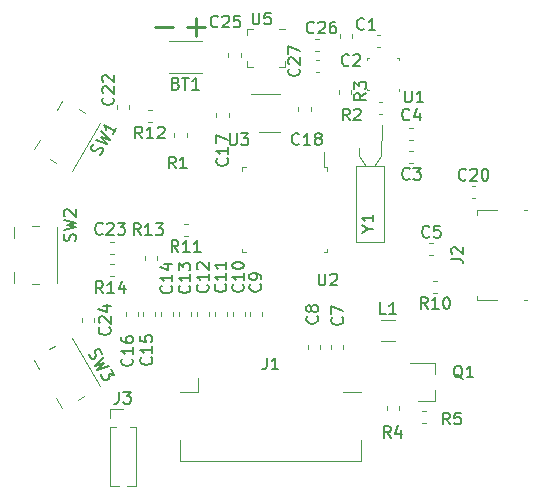
<source format=gbr>
G04 #@! TF.GenerationSoftware,KiCad,Pcbnew,5.1.8-1.fc33*
G04 #@! TF.CreationDate,2020-11-26T22:59:40+01:00*
G04 #@! TF.ProjectId,venom,76656e6f-6d2e-46b6-9963-61645f706362,rev?*
G04 #@! TF.SameCoordinates,Original*
G04 #@! TF.FileFunction,Legend,Top*
G04 #@! TF.FilePolarity,Positive*
%FSLAX46Y46*%
G04 Gerber Fmt 4.6, Leading zero omitted, Abs format (unit mm)*
G04 Created by KiCad (PCBNEW 5.1.8-1.fc33) date 2020-11-26 22:59:40*
%MOMM*%
%LPD*%
G01*
G04 APERTURE LIST*
%ADD10C,0.220000*%
%ADD11C,0.120000*%
%ADD12C,0.100000*%
%ADD13C,0.150000*%
G04 APERTURE END LIST*
D10*
X149728095Y-99482857D02*
X151251904Y-99482857D01*
X152400095Y-99456857D02*
X153923904Y-99456857D01*
X153162000Y-100218761D02*
X153162000Y-98694952D01*
D11*
X168905000Y-110374000D02*
X168910000Y-107797600D01*
X168305000Y-111274000D02*
X168905000Y-110374000D01*
X167005000Y-110374000D02*
X167005000Y-109702600D01*
X167605000Y-111274000D02*
X167005000Y-110374000D01*
X169155000Y-111274000D02*
X166755000Y-111274000D01*
X169155000Y-117674000D02*
X169155000Y-111274000D01*
X166755000Y-117674000D02*
X169155000Y-117674000D01*
X166755000Y-111274000D02*
X166755000Y-117674000D01*
D12*
X170370000Y-104680000D02*
X170370000Y-104930000D01*
X167670000Y-104830000D02*
X167670000Y-104680000D01*
X167820000Y-104830000D02*
X167670000Y-104830000D01*
X167670000Y-102130000D02*
X167820000Y-102130000D01*
X167670000Y-102130000D02*
X167670000Y-102280000D01*
X170370000Y-102130000D02*
X170370000Y-102280000D01*
X170370000Y-102120000D02*
X170220000Y-102120000D01*
D11*
X153350000Y-130410000D02*
X153350000Y-129210000D01*
X167160000Y-136210000D02*
X167160000Y-134470000D01*
X151860000Y-136210000D02*
X167160000Y-136210000D01*
X151860000Y-134470000D02*
X151860000Y-136210000D01*
X165670000Y-130410000D02*
X167160000Y-130410000D01*
X153350000Y-130410000D02*
X151860000Y-130410000D01*
X141370353Y-130919086D02*
X141832853Y-131720160D01*
X141273157Y-126500738D02*
X140796843Y-126775738D01*
X143723157Y-130744262D02*
X143246843Y-131019262D01*
X142687147Y-125799840D02*
X145037147Y-129870160D01*
X139482853Y-127649840D02*
X139945353Y-128450914D01*
X153692064Y-100680000D02*
X150887936Y-100680000D01*
X153692064Y-103400000D02*
X150887936Y-103400000D01*
X168818779Y-101170000D02*
X168493221Y-101170000D01*
X168818779Y-100150000D02*
X168493221Y-100150000D01*
X166420000Y-100422779D02*
X166420000Y-100097221D01*
X165400000Y-100422779D02*
X165400000Y-100097221D01*
X171257221Y-110950000D02*
X171582779Y-110950000D01*
X171257221Y-109930000D02*
X171582779Y-109930000D01*
X171277221Y-108040000D02*
X171602779Y-108040000D01*
X171277221Y-109060000D02*
X171602779Y-109060000D01*
X172967221Y-117770000D02*
X173292779Y-117770000D01*
X172967221Y-118790000D02*
X173292779Y-118790000D01*
X165650000Y-126762779D02*
X165650000Y-126437221D01*
X164630000Y-126762779D02*
X164630000Y-126437221D01*
X163740000Y-126742779D02*
X163740000Y-126417221D01*
X162720000Y-126742779D02*
X162720000Y-126417221D01*
X157810000Y-123942779D02*
X157810000Y-123617221D01*
X158830000Y-123942779D02*
X158830000Y-123617221D01*
X156300000Y-123942779D02*
X156300000Y-123617221D01*
X157320000Y-123942779D02*
X157320000Y-123617221D01*
X155810000Y-123942779D02*
X155810000Y-123617221D01*
X154790000Y-123942779D02*
X154790000Y-123617221D01*
X154300000Y-123932779D02*
X154300000Y-123607221D01*
X153280000Y-123932779D02*
X153280000Y-123607221D01*
X151770000Y-123932779D02*
X151770000Y-123607221D01*
X152790000Y-123932779D02*
X152790000Y-123607221D01*
X151280000Y-123932779D02*
X151280000Y-123607221D01*
X150260000Y-123932779D02*
X150260000Y-123607221D01*
X148750000Y-123932779D02*
X148750000Y-123607221D01*
X149770000Y-123932779D02*
X149770000Y-123607221D01*
X147240000Y-123932779D02*
X147240000Y-123607221D01*
X148260000Y-123932779D02*
X148260000Y-123607221D01*
X155958000Y-106771221D02*
X155958000Y-107096779D01*
X154938000Y-106771221D02*
X154938000Y-107096779D01*
X162900000Y-106612779D02*
X162900000Y-106287221D01*
X161880000Y-106612779D02*
X161880000Y-106287221D01*
X173460000Y-131120000D02*
X172000000Y-131120000D01*
X173460000Y-127960000D02*
X171300000Y-127960000D01*
X173460000Y-127960000D02*
X173460000Y-128890000D01*
X173460000Y-131120000D02*
X173460000Y-130190000D01*
X151382000Y-108439721D02*
X151382000Y-108765279D01*
X152402000Y-108439721D02*
X152402000Y-108765279D01*
X168992779Y-106880000D02*
X168667221Y-106880000D01*
X168992779Y-105860000D02*
X168667221Y-105860000D01*
X166300000Y-105102779D02*
X166300000Y-104777221D01*
X165280000Y-105102779D02*
X165280000Y-104777221D01*
X169340000Y-131537221D02*
X169340000Y-131862779D01*
X170360000Y-131537221D02*
X170360000Y-131862779D01*
X172317221Y-131990000D02*
X172642779Y-131990000D01*
X172317221Y-133010000D02*
X172642779Y-133010000D01*
X139985353Y-109009086D02*
X139522853Y-109810160D01*
X143763157Y-106715738D02*
X143286843Y-106440738D01*
X141313157Y-110959262D02*
X140836843Y-110684262D01*
X145077147Y-107589840D02*
X142727147Y-111660160D01*
X141872853Y-105739840D02*
X141410353Y-106540914D01*
X137760000Y-116430000D02*
X137760000Y-117355000D01*
X141460000Y-116430000D02*
X141460000Y-121130000D01*
X139885000Y-121230000D02*
X139335000Y-121230000D01*
X139885000Y-116330000D02*
X139335000Y-116330000D01*
X137760000Y-120205000D02*
X137760000Y-121130000D01*
X160310000Y-105170000D02*
X157860000Y-105170000D01*
X158510000Y-108390000D02*
X160310000Y-108390000D01*
X181270000Y-122590000D02*
X181010000Y-122590000D01*
X178730000Y-122590000D02*
X176960000Y-122590000D01*
X176960000Y-122590000D02*
X176960000Y-122210000D01*
X176960000Y-114970000D02*
X178730000Y-114970000D01*
X181010000Y-114970000D02*
X181270000Y-114970000D01*
X176960000Y-114970000D02*
X176960000Y-115350000D01*
X173612779Y-121960000D02*
X173287221Y-121960000D01*
X173612779Y-120940000D02*
X173287221Y-120940000D01*
X152512779Y-116140000D02*
X152187221Y-116140000D01*
X152512779Y-117160000D02*
X152187221Y-117160000D01*
X164020000Y-111330000D02*
X164020000Y-110015000D01*
X164320000Y-111330000D02*
X164020000Y-111330000D01*
X164320000Y-111630000D02*
X164320000Y-111330000D01*
X164320000Y-118550000D02*
X164020000Y-118550000D01*
X164320000Y-118250000D02*
X164320000Y-118550000D01*
X157100000Y-111330000D02*
X157400000Y-111330000D01*
X157100000Y-111630000D02*
X157100000Y-111330000D01*
X157100000Y-118550000D02*
X157400000Y-118550000D01*
X157100000Y-118250000D02*
X157100000Y-118550000D01*
X176537221Y-112940000D02*
X176862779Y-112940000D01*
X176537221Y-113960000D02*
X176862779Y-113960000D01*
X147520000Y-106432779D02*
X147520000Y-106107221D01*
X146500000Y-106432779D02*
X146500000Y-106107221D01*
X146252779Y-118730000D02*
X145927221Y-118730000D01*
X146252779Y-117710000D02*
X145927221Y-117710000D01*
X143580000Y-124107221D02*
X143580000Y-124432779D01*
X144600000Y-124107221D02*
X144600000Y-124432779D01*
X149442779Y-106510000D02*
X149117221Y-106510000D01*
X149442779Y-107530000D02*
X149117221Y-107530000D01*
X148910000Y-119162779D02*
X148910000Y-118837221D01*
X149930000Y-119162779D02*
X149930000Y-118837221D01*
X146252779Y-119520000D02*
X145927221Y-119520000D01*
X146252779Y-120540000D02*
X145927221Y-120540000D01*
X168847936Y-126060000D02*
X170052064Y-126060000D01*
X168847936Y-124240000D02*
X170052064Y-124240000D01*
X155954000Y-101691221D02*
X155954000Y-102016779D01*
X156974000Y-101691221D02*
X156974000Y-102016779D01*
X163317221Y-100490000D02*
X163642779Y-100490000D01*
X163317221Y-101510000D02*
X163642779Y-101510000D01*
X163327221Y-103260000D02*
X163652779Y-103260000D01*
X163327221Y-102240000D02*
X163652779Y-102240000D01*
D12*
X160710000Y-99650000D02*
X160210000Y-99650000D01*
X157510000Y-99650000D02*
X158010000Y-99650000D01*
X157510000Y-99650000D02*
X157510000Y-100150000D01*
X157510000Y-102850000D02*
X157510000Y-102350000D01*
X158010000Y-102850000D02*
X157510000Y-102850000D01*
X157510000Y-102850000D02*
X158010000Y-102850000D01*
X160710000Y-102850000D02*
X160210000Y-102850000D01*
X160710000Y-102350000D02*
X160710000Y-102850000D01*
D11*
X145902660Y-131833080D02*
X147012660Y-131833080D01*
X145902660Y-132593080D02*
X145902660Y-131833080D01*
X147576131Y-133353080D02*
X148122660Y-133353080D01*
X145902660Y-133353080D02*
X146449189Y-133353080D01*
X148122660Y-133353080D02*
X148122660Y-138368080D01*
X145902660Y-133353080D02*
X145902660Y-138368080D01*
X147320190Y-138368080D02*
X148122660Y-138368080D01*
X145902660Y-138368080D02*
X146705130Y-138368080D01*
D13*
X167743190Y-116554190D02*
X168219380Y-116554190D01*
X167219380Y-116887523D02*
X167743190Y-116554190D01*
X167219380Y-116220857D01*
X168219380Y-115363714D02*
X168219380Y-115935142D01*
X168219380Y-115649428D02*
X167219380Y-115649428D01*
X167362238Y-115744666D01*
X167457476Y-115839904D01*
X167505095Y-115935142D01*
X170888095Y-104862380D02*
X170888095Y-105671904D01*
X170935714Y-105767142D01*
X170983333Y-105814761D01*
X171078571Y-105862380D01*
X171269047Y-105862380D01*
X171364285Y-105814761D01*
X171411904Y-105767142D01*
X171459523Y-105671904D01*
X171459523Y-104862380D01*
X172459523Y-105862380D02*
X171888095Y-105862380D01*
X172173809Y-105862380D02*
X172173809Y-104862380D01*
X172078571Y-105005238D01*
X171983333Y-105100476D01*
X171888095Y-105148095D01*
X159176666Y-127462380D02*
X159176666Y-128176666D01*
X159129047Y-128319523D01*
X159033809Y-128414761D01*
X158890952Y-128462380D01*
X158795714Y-128462380D01*
X160176666Y-128462380D02*
X159605238Y-128462380D01*
X159890952Y-128462380D02*
X159890952Y-127462380D01*
X159795714Y-127605238D01*
X159700476Y-127700476D01*
X159605238Y-127748095D01*
X144142799Y-127127680D02*
X144172988Y-127275207D01*
X144292036Y-127481404D01*
X144380894Y-127540073D01*
X144445943Y-127557503D01*
X144552231Y-127551123D01*
X144634710Y-127503504D01*
X144693379Y-127414646D01*
X144710808Y-127349597D01*
X144704429Y-127243309D01*
X144650430Y-127054542D01*
X144644050Y-126948254D01*
X144661480Y-126883205D01*
X144720149Y-126794347D01*
X144802628Y-126746728D01*
X144908916Y-126740348D01*
X144973965Y-126757778D01*
X145062823Y-126816447D01*
X145181871Y-127022643D01*
X145212060Y-127170171D01*
X145419966Y-127435036D02*
X144672988Y-128141233D01*
X145386816Y-127949047D01*
X144863464Y-128471147D01*
X145848537Y-128177344D01*
X145991394Y-128424780D02*
X146300918Y-128960891D01*
X145804337Y-128862692D01*
X145875766Y-128986409D01*
X145882145Y-129092698D01*
X145864716Y-129157746D01*
X145806047Y-129246605D01*
X145599850Y-129365652D01*
X145493562Y-129372032D01*
X145428513Y-129354602D01*
X145339655Y-129295933D01*
X145196798Y-129048497D01*
X145190418Y-128942209D01*
X145207848Y-128877161D01*
X151504285Y-104248571D02*
X151647142Y-104296190D01*
X151694761Y-104343809D01*
X151742380Y-104439047D01*
X151742380Y-104581904D01*
X151694761Y-104677142D01*
X151647142Y-104724761D01*
X151551904Y-104772380D01*
X151170952Y-104772380D01*
X151170952Y-103772380D01*
X151504285Y-103772380D01*
X151599523Y-103820000D01*
X151647142Y-103867619D01*
X151694761Y-103962857D01*
X151694761Y-104058095D01*
X151647142Y-104153333D01*
X151599523Y-104200952D01*
X151504285Y-104248571D01*
X151170952Y-104248571D01*
X152028095Y-103772380D02*
X152599523Y-103772380D01*
X152313809Y-104772380D02*
X152313809Y-103772380D01*
X153456666Y-104772380D02*
X152885238Y-104772380D01*
X153170952Y-104772380D02*
X153170952Y-103772380D01*
X153075714Y-103915238D01*
X152980476Y-104010476D01*
X152885238Y-104058095D01*
X167439333Y-99627142D02*
X167391714Y-99674761D01*
X167248857Y-99722380D01*
X167153619Y-99722380D01*
X167010761Y-99674761D01*
X166915523Y-99579523D01*
X166867904Y-99484285D01*
X166820285Y-99293809D01*
X166820285Y-99150952D01*
X166867904Y-98960476D01*
X166915523Y-98865238D01*
X167010761Y-98770000D01*
X167153619Y-98722380D01*
X167248857Y-98722380D01*
X167391714Y-98770000D01*
X167439333Y-98817619D01*
X168391714Y-99722380D02*
X167820285Y-99722380D01*
X168106000Y-99722380D02*
X168106000Y-98722380D01*
X168010761Y-98865238D01*
X167915523Y-98960476D01*
X167820285Y-99008095D01*
X166153333Y-102687142D02*
X166105714Y-102734761D01*
X165962857Y-102782380D01*
X165867619Y-102782380D01*
X165724761Y-102734761D01*
X165629523Y-102639523D01*
X165581904Y-102544285D01*
X165534285Y-102353809D01*
X165534285Y-102210952D01*
X165581904Y-102020476D01*
X165629523Y-101925238D01*
X165724761Y-101830000D01*
X165867619Y-101782380D01*
X165962857Y-101782380D01*
X166105714Y-101830000D01*
X166153333Y-101877619D01*
X166534285Y-101877619D02*
X166581904Y-101830000D01*
X166677142Y-101782380D01*
X166915238Y-101782380D01*
X167010476Y-101830000D01*
X167058095Y-101877619D01*
X167105714Y-101972857D01*
X167105714Y-102068095D01*
X167058095Y-102210952D01*
X166486666Y-102782380D01*
X167105714Y-102782380D01*
X171283333Y-112307142D02*
X171235714Y-112354761D01*
X171092857Y-112402380D01*
X170997619Y-112402380D01*
X170854761Y-112354761D01*
X170759523Y-112259523D01*
X170711904Y-112164285D01*
X170664285Y-111973809D01*
X170664285Y-111830952D01*
X170711904Y-111640476D01*
X170759523Y-111545238D01*
X170854761Y-111450000D01*
X170997619Y-111402380D01*
X171092857Y-111402380D01*
X171235714Y-111450000D01*
X171283333Y-111497619D01*
X171616666Y-111402380D02*
X172235714Y-111402380D01*
X171902380Y-111783333D01*
X172045238Y-111783333D01*
X172140476Y-111830952D01*
X172188095Y-111878571D01*
X172235714Y-111973809D01*
X172235714Y-112211904D01*
X172188095Y-112307142D01*
X172140476Y-112354761D01*
X172045238Y-112402380D01*
X171759523Y-112402380D01*
X171664285Y-112354761D01*
X171616666Y-112307142D01*
X171273333Y-107291142D02*
X171225714Y-107338761D01*
X171082857Y-107386380D01*
X170987619Y-107386380D01*
X170844761Y-107338761D01*
X170749523Y-107243523D01*
X170701904Y-107148285D01*
X170654285Y-106957809D01*
X170654285Y-106814952D01*
X170701904Y-106624476D01*
X170749523Y-106529238D01*
X170844761Y-106434000D01*
X170987619Y-106386380D01*
X171082857Y-106386380D01*
X171225714Y-106434000D01*
X171273333Y-106481619D01*
X172130476Y-106719714D02*
X172130476Y-107386380D01*
X171892380Y-106338761D02*
X171654285Y-107053047D01*
X172273333Y-107053047D01*
X172963333Y-117207142D02*
X172915714Y-117254761D01*
X172772857Y-117302380D01*
X172677619Y-117302380D01*
X172534761Y-117254761D01*
X172439523Y-117159523D01*
X172391904Y-117064285D01*
X172344285Y-116873809D01*
X172344285Y-116730952D01*
X172391904Y-116540476D01*
X172439523Y-116445238D01*
X172534761Y-116350000D01*
X172677619Y-116302380D01*
X172772857Y-116302380D01*
X172915714Y-116350000D01*
X172963333Y-116397619D01*
X173868095Y-116302380D02*
X173391904Y-116302380D01*
X173344285Y-116778571D01*
X173391904Y-116730952D01*
X173487142Y-116683333D01*
X173725238Y-116683333D01*
X173820476Y-116730952D01*
X173868095Y-116778571D01*
X173915714Y-116873809D01*
X173915714Y-117111904D01*
X173868095Y-117207142D01*
X173820476Y-117254761D01*
X173725238Y-117302380D01*
X173487142Y-117302380D01*
X173391904Y-117254761D01*
X173344285Y-117207142D01*
X165567142Y-124066666D02*
X165614761Y-124114285D01*
X165662380Y-124257142D01*
X165662380Y-124352380D01*
X165614761Y-124495238D01*
X165519523Y-124590476D01*
X165424285Y-124638095D01*
X165233809Y-124685714D01*
X165090952Y-124685714D01*
X164900476Y-124638095D01*
X164805238Y-124590476D01*
X164710000Y-124495238D01*
X164662380Y-124352380D01*
X164662380Y-124257142D01*
X164710000Y-124114285D01*
X164757619Y-124066666D01*
X164662380Y-123733333D02*
X164662380Y-123066666D01*
X165662380Y-123495238D01*
X163447142Y-123966666D02*
X163494761Y-124014285D01*
X163542380Y-124157142D01*
X163542380Y-124252380D01*
X163494761Y-124395238D01*
X163399523Y-124490476D01*
X163304285Y-124538095D01*
X163113809Y-124585714D01*
X162970952Y-124585714D01*
X162780476Y-124538095D01*
X162685238Y-124490476D01*
X162590000Y-124395238D01*
X162542380Y-124252380D01*
X162542380Y-124157142D01*
X162590000Y-124014285D01*
X162637619Y-123966666D01*
X162970952Y-123395238D02*
X162923333Y-123490476D01*
X162875714Y-123538095D01*
X162780476Y-123585714D01*
X162732857Y-123585714D01*
X162637619Y-123538095D01*
X162590000Y-123490476D01*
X162542380Y-123395238D01*
X162542380Y-123204761D01*
X162590000Y-123109523D01*
X162637619Y-123061904D01*
X162732857Y-123014285D01*
X162780476Y-123014285D01*
X162875714Y-123061904D01*
X162923333Y-123109523D01*
X162970952Y-123204761D01*
X162970952Y-123395238D01*
X163018571Y-123490476D01*
X163066190Y-123538095D01*
X163161428Y-123585714D01*
X163351904Y-123585714D01*
X163447142Y-123538095D01*
X163494761Y-123490476D01*
X163542380Y-123395238D01*
X163542380Y-123204761D01*
X163494761Y-123109523D01*
X163447142Y-123061904D01*
X163351904Y-123014285D01*
X163161428Y-123014285D01*
X163066190Y-123061904D01*
X163018571Y-123109523D01*
X162970952Y-123204761D01*
X158637142Y-121256666D02*
X158684761Y-121304285D01*
X158732380Y-121447142D01*
X158732380Y-121542380D01*
X158684761Y-121685238D01*
X158589523Y-121780476D01*
X158494285Y-121828095D01*
X158303809Y-121875714D01*
X158160952Y-121875714D01*
X157970476Y-121828095D01*
X157875238Y-121780476D01*
X157780000Y-121685238D01*
X157732380Y-121542380D01*
X157732380Y-121447142D01*
X157780000Y-121304285D01*
X157827619Y-121256666D01*
X158732380Y-120780476D02*
X158732380Y-120590000D01*
X158684761Y-120494761D01*
X158637142Y-120447142D01*
X158494285Y-120351904D01*
X158303809Y-120304285D01*
X157922857Y-120304285D01*
X157827619Y-120351904D01*
X157780000Y-120399523D01*
X157732380Y-120494761D01*
X157732380Y-120685238D01*
X157780000Y-120780476D01*
X157827619Y-120828095D01*
X157922857Y-120875714D01*
X158160952Y-120875714D01*
X158256190Y-120828095D01*
X158303809Y-120780476D01*
X158351428Y-120685238D01*
X158351428Y-120494761D01*
X158303809Y-120399523D01*
X158256190Y-120351904D01*
X158160952Y-120304285D01*
X157167142Y-121272857D02*
X157214761Y-121320476D01*
X157262380Y-121463333D01*
X157262380Y-121558571D01*
X157214761Y-121701428D01*
X157119523Y-121796666D01*
X157024285Y-121844285D01*
X156833809Y-121891904D01*
X156690952Y-121891904D01*
X156500476Y-121844285D01*
X156405238Y-121796666D01*
X156310000Y-121701428D01*
X156262380Y-121558571D01*
X156262380Y-121463333D01*
X156310000Y-121320476D01*
X156357619Y-121272857D01*
X157262380Y-120320476D02*
X157262380Y-120891904D01*
X157262380Y-120606190D02*
X156262380Y-120606190D01*
X156405238Y-120701428D01*
X156500476Y-120796666D01*
X156548095Y-120891904D01*
X156262380Y-119701428D02*
X156262380Y-119606190D01*
X156310000Y-119510952D01*
X156357619Y-119463333D01*
X156452857Y-119415714D01*
X156643333Y-119368095D01*
X156881428Y-119368095D01*
X157071904Y-119415714D01*
X157167142Y-119463333D01*
X157214761Y-119510952D01*
X157262380Y-119606190D01*
X157262380Y-119701428D01*
X157214761Y-119796666D01*
X157167142Y-119844285D01*
X157071904Y-119891904D01*
X156881428Y-119939523D01*
X156643333Y-119939523D01*
X156452857Y-119891904D01*
X156357619Y-119844285D01*
X156310000Y-119796666D01*
X156262380Y-119701428D01*
X155677142Y-121272857D02*
X155724761Y-121320476D01*
X155772380Y-121463333D01*
X155772380Y-121558571D01*
X155724761Y-121701428D01*
X155629523Y-121796666D01*
X155534285Y-121844285D01*
X155343809Y-121891904D01*
X155200952Y-121891904D01*
X155010476Y-121844285D01*
X154915238Y-121796666D01*
X154820000Y-121701428D01*
X154772380Y-121558571D01*
X154772380Y-121463333D01*
X154820000Y-121320476D01*
X154867619Y-121272857D01*
X155772380Y-120320476D02*
X155772380Y-120891904D01*
X155772380Y-120606190D02*
X154772380Y-120606190D01*
X154915238Y-120701428D01*
X155010476Y-120796666D01*
X155058095Y-120891904D01*
X155772380Y-119368095D02*
X155772380Y-119939523D01*
X155772380Y-119653809D02*
X154772380Y-119653809D01*
X154915238Y-119749047D01*
X155010476Y-119844285D01*
X155058095Y-119939523D01*
X154167142Y-121302857D02*
X154214761Y-121350476D01*
X154262380Y-121493333D01*
X154262380Y-121588571D01*
X154214761Y-121731428D01*
X154119523Y-121826666D01*
X154024285Y-121874285D01*
X153833809Y-121921904D01*
X153690952Y-121921904D01*
X153500476Y-121874285D01*
X153405238Y-121826666D01*
X153310000Y-121731428D01*
X153262380Y-121588571D01*
X153262380Y-121493333D01*
X153310000Y-121350476D01*
X153357619Y-121302857D01*
X154262380Y-120350476D02*
X154262380Y-120921904D01*
X154262380Y-120636190D02*
X153262380Y-120636190D01*
X153405238Y-120731428D01*
X153500476Y-120826666D01*
X153548095Y-120921904D01*
X153357619Y-119969523D02*
X153310000Y-119921904D01*
X153262380Y-119826666D01*
X153262380Y-119588571D01*
X153310000Y-119493333D01*
X153357619Y-119445714D01*
X153452857Y-119398095D01*
X153548095Y-119398095D01*
X153690952Y-119445714D01*
X154262380Y-120017142D01*
X154262380Y-119398095D01*
X152637142Y-121372857D02*
X152684761Y-121420476D01*
X152732380Y-121563333D01*
X152732380Y-121658571D01*
X152684761Y-121801428D01*
X152589523Y-121896666D01*
X152494285Y-121944285D01*
X152303809Y-121991904D01*
X152160952Y-121991904D01*
X151970476Y-121944285D01*
X151875238Y-121896666D01*
X151780000Y-121801428D01*
X151732380Y-121658571D01*
X151732380Y-121563333D01*
X151780000Y-121420476D01*
X151827619Y-121372857D01*
X152732380Y-120420476D02*
X152732380Y-120991904D01*
X152732380Y-120706190D02*
X151732380Y-120706190D01*
X151875238Y-120801428D01*
X151970476Y-120896666D01*
X152018095Y-120991904D01*
X151732380Y-120087142D02*
X151732380Y-119468095D01*
X152113333Y-119801428D01*
X152113333Y-119658571D01*
X152160952Y-119563333D01*
X152208571Y-119515714D01*
X152303809Y-119468095D01*
X152541904Y-119468095D01*
X152637142Y-119515714D01*
X152684761Y-119563333D01*
X152732380Y-119658571D01*
X152732380Y-119944285D01*
X152684761Y-120039523D01*
X152637142Y-120087142D01*
X151097142Y-121382857D02*
X151144761Y-121430476D01*
X151192380Y-121573333D01*
X151192380Y-121668571D01*
X151144761Y-121811428D01*
X151049523Y-121906666D01*
X150954285Y-121954285D01*
X150763809Y-122001904D01*
X150620952Y-122001904D01*
X150430476Y-121954285D01*
X150335238Y-121906666D01*
X150240000Y-121811428D01*
X150192380Y-121668571D01*
X150192380Y-121573333D01*
X150240000Y-121430476D01*
X150287619Y-121382857D01*
X151192380Y-120430476D02*
X151192380Y-121001904D01*
X151192380Y-120716190D02*
X150192380Y-120716190D01*
X150335238Y-120811428D01*
X150430476Y-120906666D01*
X150478095Y-121001904D01*
X150525714Y-119573333D02*
X151192380Y-119573333D01*
X150144761Y-119811428D02*
X150859047Y-120049523D01*
X150859047Y-119430476D01*
X149407142Y-127452857D02*
X149454761Y-127500476D01*
X149502380Y-127643333D01*
X149502380Y-127738571D01*
X149454761Y-127881428D01*
X149359523Y-127976666D01*
X149264285Y-128024285D01*
X149073809Y-128071904D01*
X148930952Y-128071904D01*
X148740476Y-128024285D01*
X148645238Y-127976666D01*
X148550000Y-127881428D01*
X148502380Y-127738571D01*
X148502380Y-127643333D01*
X148550000Y-127500476D01*
X148597619Y-127452857D01*
X149502380Y-126500476D02*
X149502380Y-127071904D01*
X149502380Y-126786190D02*
X148502380Y-126786190D01*
X148645238Y-126881428D01*
X148740476Y-126976666D01*
X148788095Y-127071904D01*
X148502380Y-125595714D02*
X148502380Y-126071904D01*
X148978571Y-126119523D01*
X148930952Y-126071904D01*
X148883333Y-125976666D01*
X148883333Y-125738571D01*
X148930952Y-125643333D01*
X148978571Y-125595714D01*
X149073809Y-125548095D01*
X149311904Y-125548095D01*
X149407142Y-125595714D01*
X149454761Y-125643333D01*
X149502380Y-125738571D01*
X149502380Y-125976666D01*
X149454761Y-126071904D01*
X149407142Y-126119523D01*
X147777142Y-127552857D02*
X147824761Y-127600476D01*
X147872380Y-127743333D01*
X147872380Y-127838571D01*
X147824761Y-127981428D01*
X147729523Y-128076666D01*
X147634285Y-128124285D01*
X147443809Y-128171904D01*
X147300952Y-128171904D01*
X147110476Y-128124285D01*
X147015238Y-128076666D01*
X146920000Y-127981428D01*
X146872380Y-127838571D01*
X146872380Y-127743333D01*
X146920000Y-127600476D01*
X146967619Y-127552857D01*
X147872380Y-126600476D02*
X147872380Y-127171904D01*
X147872380Y-126886190D02*
X146872380Y-126886190D01*
X147015238Y-126981428D01*
X147110476Y-127076666D01*
X147158095Y-127171904D01*
X146872380Y-125743333D02*
X146872380Y-125933809D01*
X146920000Y-126029047D01*
X146967619Y-126076666D01*
X147110476Y-126171904D01*
X147300952Y-126219523D01*
X147681904Y-126219523D01*
X147777142Y-126171904D01*
X147824761Y-126124285D01*
X147872380Y-126029047D01*
X147872380Y-125838571D01*
X147824761Y-125743333D01*
X147777142Y-125695714D01*
X147681904Y-125648095D01*
X147443809Y-125648095D01*
X147348571Y-125695714D01*
X147300952Y-125743333D01*
X147253333Y-125838571D01*
X147253333Y-126029047D01*
X147300952Y-126124285D01*
X147348571Y-126171904D01*
X147443809Y-126219523D01*
X155825142Y-110596857D02*
X155872761Y-110644476D01*
X155920380Y-110787333D01*
X155920380Y-110882571D01*
X155872761Y-111025428D01*
X155777523Y-111120666D01*
X155682285Y-111168285D01*
X155491809Y-111215904D01*
X155348952Y-111215904D01*
X155158476Y-111168285D01*
X155063238Y-111120666D01*
X154968000Y-111025428D01*
X154920380Y-110882571D01*
X154920380Y-110787333D01*
X154968000Y-110644476D01*
X155015619Y-110596857D01*
X155920380Y-109644476D02*
X155920380Y-110215904D01*
X155920380Y-109930190D02*
X154920380Y-109930190D01*
X155063238Y-110025428D01*
X155158476Y-110120666D01*
X155206095Y-110215904D01*
X154920380Y-109311142D02*
X154920380Y-108644476D01*
X155920380Y-109073047D01*
X161927142Y-109367142D02*
X161879523Y-109414761D01*
X161736666Y-109462380D01*
X161641428Y-109462380D01*
X161498571Y-109414761D01*
X161403333Y-109319523D01*
X161355714Y-109224285D01*
X161308095Y-109033809D01*
X161308095Y-108890952D01*
X161355714Y-108700476D01*
X161403333Y-108605238D01*
X161498571Y-108510000D01*
X161641428Y-108462380D01*
X161736666Y-108462380D01*
X161879523Y-108510000D01*
X161927142Y-108557619D01*
X162879523Y-109462380D02*
X162308095Y-109462380D01*
X162593809Y-109462380D02*
X162593809Y-108462380D01*
X162498571Y-108605238D01*
X162403333Y-108700476D01*
X162308095Y-108748095D01*
X163450952Y-108890952D02*
X163355714Y-108843333D01*
X163308095Y-108795714D01*
X163260476Y-108700476D01*
X163260476Y-108652857D01*
X163308095Y-108557619D01*
X163355714Y-108510000D01*
X163450952Y-108462380D01*
X163641428Y-108462380D01*
X163736666Y-108510000D01*
X163784285Y-108557619D01*
X163831904Y-108652857D01*
X163831904Y-108700476D01*
X163784285Y-108795714D01*
X163736666Y-108843333D01*
X163641428Y-108890952D01*
X163450952Y-108890952D01*
X163355714Y-108938571D01*
X163308095Y-108986190D01*
X163260476Y-109081428D01*
X163260476Y-109271904D01*
X163308095Y-109367142D01*
X163355714Y-109414761D01*
X163450952Y-109462380D01*
X163641428Y-109462380D01*
X163736666Y-109414761D01*
X163784285Y-109367142D01*
X163831904Y-109271904D01*
X163831904Y-109081428D01*
X163784285Y-108986190D01*
X163736666Y-108938571D01*
X163641428Y-108890952D01*
X175774761Y-129237619D02*
X175679523Y-129190000D01*
X175584285Y-129094761D01*
X175441428Y-128951904D01*
X175346190Y-128904285D01*
X175250952Y-128904285D01*
X175298571Y-129142380D02*
X175203333Y-129094761D01*
X175108095Y-128999523D01*
X175060476Y-128809047D01*
X175060476Y-128475714D01*
X175108095Y-128285238D01*
X175203333Y-128190000D01*
X175298571Y-128142380D01*
X175489047Y-128142380D01*
X175584285Y-128190000D01*
X175679523Y-128285238D01*
X175727142Y-128475714D01*
X175727142Y-128809047D01*
X175679523Y-128999523D01*
X175584285Y-129094761D01*
X175489047Y-129142380D01*
X175298571Y-129142380D01*
X176679523Y-129142380D02*
X176108095Y-129142380D01*
X176393809Y-129142380D02*
X176393809Y-128142380D01*
X176298571Y-128285238D01*
X176203333Y-128380476D01*
X176108095Y-128428095D01*
X151471333Y-111450380D02*
X151138000Y-110974190D01*
X150899904Y-111450380D02*
X150899904Y-110450380D01*
X151280857Y-110450380D01*
X151376095Y-110498000D01*
X151423714Y-110545619D01*
X151471333Y-110640857D01*
X151471333Y-110783714D01*
X151423714Y-110878952D01*
X151376095Y-110926571D01*
X151280857Y-110974190D01*
X150899904Y-110974190D01*
X152423714Y-111450380D02*
X151852285Y-111450380D01*
X152138000Y-111450380D02*
X152138000Y-110450380D01*
X152042761Y-110593238D01*
X151947523Y-110688476D01*
X151852285Y-110736095D01*
X166203333Y-107386380D02*
X165870000Y-106910190D01*
X165631904Y-107386380D02*
X165631904Y-106386380D01*
X166012857Y-106386380D01*
X166108095Y-106434000D01*
X166155714Y-106481619D01*
X166203333Y-106576857D01*
X166203333Y-106719714D01*
X166155714Y-106814952D01*
X166108095Y-106862571D01*
X166012857Y-106910190D01*
X165631904Y-106910190D01*
X166584285Y-106481619D02*
X166631904Y-106434000D01*
X166727142Y-106386380D01*
X166965238Y-106386380D01*
X167060476Y-106434000D01*
X167108095Y-106481619D01*
X167155714Y-106576857D01*
X167155714Y-106672095D01*
X167108095Y-106814952D01*
X166536666Y-107386380D01*
X167155714Y-107386380D01*
X167602380Y-105056666D02*
X167126190Y-105390000D01*
X167602380Y-105628095D02*
X166602380Y-105628095D01*
X166602380Y-105247142D01*
X166650000Y-105151904D01*
X166697619Y-105104285D01*
X166792857Y-105056666D01*
X166935714Y-105056666D01*
X167030952Y-105104285D01*
X167078571Y-105151904D01*
X167126190Y-105247142D01*
X167126190Y-105628095D01*
X166602380Y-104723333D02*
X166602380Y-104104285D01*
X166983333Y-104437619D01*
X166983333Y-104294761D01*
X167030952Y-104199523D01*
X167078571Y-104151904D01*
X167173809Y-104104285D01*
X167411904Y-104104285D01*
X167507142Y-104151904D01*
X167554761Y-104199523D01*
X167602380Y-104294761D01*
X167602380Y-104580476D01*
X167554761Y-104675714D01*
X167507142Y-104723333D01*
X169683333Y-134252380D02*
X169350000Y-133776190D01*
X169111904Y-134252380D02*
X169111904Y-133252380D01*
X169492857Y-133252380D01*
X169588095Y-133300000D01*
X169635714Y-133347619D01*
X169683333Y-133442857D01*
X169683333Y-133585714D01*
X169635714Y-133680952D01*
X169588095Y-133728571D01*
X169492857Y-133776190D01*
X169111904Y-133776190D01*
X170540476Y-133585714D02*
X170540476Y-134252380D01*
X170302380Y-133204761D02*
X170064285Y-133919047D01*
X170683333Y-133919047D01*
X174703333Y-133122380D02*
X174370000Y-132646190D01*
X174131904Y-133122380D02*
X174131904Y-132122380D01*
X174512857Y-132122380D01*
X174608095Y-132170000D01*
X174655714Y-132217619D01*
X174703333Y-132312857D01*
X174703333Y-132455714D01*
X174655714Y-132550952D01*
X174608095Y-132598571D01*
X174512857Y-132646190D01*
X174131904Y-132646190D01*
X175608095Y-132122380D02*
X175131904Y-132122380D01*
X175084285Y-132598571D01*
X175131904Y-132550952D01*
X175227142Y-132503333D01*
X175465238Y-132503333D01*
X175560476Y-132550952D01*
X175608095Y-132598571D01*
X175655714Y-132693809D01*
X175655714Y-132931904D01*
X175608095Y-133027142D01*
X175560476Y-133074761D01*
X175465238Y-133122380D01*
X175227142Y-133122380D01*
X175131904Y-133074761D01*
X175084285Y-133027142D01*
X145083867Y-110307081D02*
X145196535Y-110207173D01*
X145315582Y-110000976D01*
X145321962Y-109894688D01*
X145304532Y-109829639D01*
X145245863Y-109740781D01*
X145163385Y-109693162D01*
X145057097Y-109686782D01*
X144992048Y-109704212D01*
X144903189Y-109762881D01*
X144766712Y-109904029D01*
X144677854Y-109962698D01*
X144612805Y-109980127D01*
X144506517Y-109973748D01*
X144424038Y-109926129D01*
X144365369Y-109837270D01*
X144347939Y-109772221D01*
X144354319Y-109665933D01*
X144473367Y-109459737D01*
X144586034Y-109359828D01*
X144711462Y-109047344D02*
X145696535Y-109341147D01*
X145173183Y-108819047D01*
X145887011Y-109011233D01*
X145140033Y-108305036D01*
X146458440Y-108021489D02*
X146172725Y-108516361D01*
X146315582Y-108268925D02*
X145449557Y-107768925D01*
X145525656Y-107922832D01*
X145560515Y-108052930D01*
X145554136Y-108159218D01*
X142954761Y-117583333D02*
X143002380Y-117440476D01*
X143002380Y-117202380D01*
X142954761Y-117107142D01*
X142907142Y-117059523D01*
X142811904Y-117011904D01*
X142716666Y-117011904D01*
X142621428Y-117059523D01*
X142573809Y-117107142D01*
X142526190Y-117202380D01*
X142478571Y-117392857D01*
X142430952Y-117488095D01*
X142383333Y-117535714D01*
X142288095Y-117583333D01*
X142192857Y-117583333D01*
X142097619Y-117535714D01*
X142050000Y-117488095D01*
X142002380Y-117392857D01*
X142002380Y-117154761D01*
X142050000Y-117011904D01*
X142002380Y-116678571D02*
X143002380Y-116440476D01*
X142288095Y-116250000D01*
X143002380Y-116059523D01*
X142002380Y-115821428D01*
X142097619Y-115488095D02*
X142050000Y-115440476D01*
X142002380Y-115345238D01*
X142002380Y-115107142D01*
X142050000Y-115011904D01*
X142097619Y-114964285D01*
X142192857Y-114916666D01*
X142288095Y-114916666D01*
X142430952Y-114964285D01*
X143002380Y-115535714D01*
X143002380Y-114916666D01*
X156068095Y-108482380D02*
X156068095Y-109291904D01*
X156115714Y-109387142D01*
X156163333Y-109434761D01*
X156258571Y-109482380D01*
X156449047Y-109482380D01*
X156544285Y-109434761D01*
X156591904Y-109387142D01*
X156639523Y-109291904D01*
X156639523Y-108482380D01*
X157020476Y-108482380D02*
X157639523Y-108482380D01*
X157306190Y-108863333D01*
X157449047Y-108863333D01*
X157544285Y-108910952D01*
X157591904Y-108958571D01*
X157639523Y-109053809D01*
X157639523Y-109291904D01*
X157591904Y-109387142D01*
X157544285Y-109434761D01*
X157449047Y-109482380D01*
X157163333Y-109482380D01*
X157068095Y-109434761D01*
X157020476Y-109387142D01*
X174822380Y-119113333D02*
X175536666Y-119113333D01*
X175679523Y-119160952D01*
X175774761Y-119256190D01*
X175822380Y-119399047D01*
X175822380Y-119494285D01*
X174917619Y-118684761D02*
X174870000Y-118637142D01*
X174822380Y-118541904D01*
X174822380Y-118303809D01*
X174870000Y-118208571D01*
X174917619Y-118160952D01*
X175012857Y-118113333D01*
X175108095Y-118113333D01*
X175250952Y-118160952D01*
X175822380Y-118732380D01*
X175822380Y-118113333D01*
X172807142Y-123332380D02*
X172473809Y-122856190D01*
X172235714Y-123332380D02*
X172235714Y-122332380D01*
X172616666Y-122332380D01*
X172711904Y-122380000D01*
X172759523Y-122427619D01*
X172807142Y-122522857D01*
X172807142Y-122665714D01*
X172759523Y-122760952D01*
X172711904Y-122808571D01*
X172616666Y-122856190D01*
X172235714Y-122856190D01*
X173759523Y-123332380D02*
X173188095Y-123332380D01*
X173473809Y-123332380D02*
X173473809Y-122332380D01*
X173378571Y-122475238D01*
X173283333Y-122570476D01*
X173188095Y-122618095D01*
X174378571Y-122332380D02*
X174473809Y-122332380D01*
X174569047Y-122380000D01*
X174616666Y-122427619D01*
X174664285Y-122522857D01*
X174711904Y-122713333D01*
X174711904Y-122951428D01*
X174664285Y-123141904D01*
X174616666Y-123237142D01*
X174569047Y-123284761D01*
X174473809Y-123332380D01*
X174378571Y-123332380D01*
X174283333Y-123284761D01*
X174235714Y-123237142D01*
X174188095Y-123141904D01*
X174140476Y-122951428D01*
X174140476Y-122713333D01*
X174188095Y-122522857D01*
X174235714Y-122427619D01*
X174283333Y-122380000D01*
X174378571Y-122332380D01*
X151707142Y-118532380D02*
X151373809Y-118056190D01*
X151135714Y-118532380D02*
X151135714Y-117532380D01*
X151516666Y-117532380D01*
X151611904Y-117580000D01*
X151659523Y-117627619D01*
X151707142Y-117722857D01*
X151707142Y-117865714D01*
X151659523Y-117960952D01*
X151611904Y-118008571D01*
X151516666Y-118056190D01*
X151135714Y-118056190D01*
X152659523Y-118532380D02*
X152088095Y-118532380D01*
X152373809Y-118532380D02*
X152373809Y-117532380D01*
X152278571Y-117675238D01*
X152183333Y-117770476D01*
X152088095Y-117818095D01*
X153611904Y-118532380D02*
X153040476Y-118532380D01*
X153326190Y-118532380D02*
X153326190Y-117532380D01*
X153230952Y-117675238D01*
X153135714Y-117770476D01*
X153040476Y-117818095D01*
X163576095Y-120356380D02*
X163576095Y-121165904D01*
X163623714Y-121261142D01*
X163671333Y-121308761D01*
X163766571Y-121356380D01*
X163957047Y-121356380D01*
X164052285Y-121308761D01*
X164099904Y-121261142D01*
X164147523Y-121165904D01*
X164147523Y-120356380D01*
X164576095Y-120451619D02*
X164623714Y-120404000D01*
X164718952Y-120356380D01*
X164957047Y-120356380D01*
X165052285Y-120404000D01*
X165099904Y-120451619D01*
X165147523Y-120546857D01*
X165147523Y-120642095D01*
X165099904Y-120784952D01*
X164528476Y-121356380D01*
X165147523Y-121356380D01*
X176057142Y-112377142D02*
X176009523Y-112424761D01*
X175866666Y-112472380D01*
X175771428Y-112472380D01*
X175628571Y-112424761D01*
X175533333Y-112329523D01*
X175485714Y-112234285D01*
X175438095Y-112043809D01*
X175438095Y-111900952D01*
X175485714Y-111710476D01*
X175533333Y-111615238D01*
X175628571Y-111520000D01*
X175771428Y-111472380D01*
X175866666Y-111472380D01*
X176009523Y-111520000D01*
X176057142Y-111567619D01*
X176438095Y-111567619D02*
X176485714Y-111520000D01*
X176580952Y-111472380D01*
X176819047Y-111472380D01*
X176914285Y-111520000D01*
X176961904Y-111567619D01*
X177009523Y-111662857D01*
X177009523Y-111758095D01*
X176961904Y-111900952D01*
X176390476Y-112472380D01*
X177009523Y-112472380D01*
X177628571Y-111472380D02*
X177723809Y-111472380D01*
X177819047Y-111520000D01*
X177866666Y-111567619D01*
X177914285Y-111662857D01*
X177961904Y-111853333D01*
X177961904Y-112091428D01*
X177914285Y-112281904D01*
X177866666Y-112377142D01*
X177819047Y-112424761D01*
X177723809Y-112472380D01*
X177628571Y-112472380D01*
X177533333Y-112424761D01*
X177485714Y-112377142D01*
X177438095Y-112281904D01*
X177390476Y-112091428D01*
X177390476Y-111853333D01*
X177438095Y-111662857D01*
X177485714Y-111567619D01*
X177533333Y-111520000D01*
X177628571Y-111472380D01*
X146167142Y-105452857D02*
X146214761Y-105500476D01*
X146262380Y-105643333D01*
X146262380Y-105738571D01*
X146214761Y-105881428D01*
X146119523Y-105976666D01*
X146024285Y-106024285D01*
X145833809Y-106071904D01*
X145690952Y-106071904D01*
X145500476Y-106024285D01*
X145405238Y-105976666D01*
X145310000Y-105881428D01*
X145262380Y-105738571D01*
X145262380Y-105643333D01*
X145310000Y-105500476D01*
X145357619Y-105452857D01*
X145357619Y-105071904D02*
X145310000Y-105024285D01*
X145262380Y-104929047D01*
X145262380Y-104690952D01*
X145310000Y-104595714D01*
X145357619Y-104548095D01*
X145452857Y-104500476D01*
X145548095Y-104500476D01*
X145690952Y-104548095D01*
X146262380Y-105119523D01*
X146262380Y-104500476D01*
X145357619Y-104119523D02*
X145310000Y-104071904D01*
X145262380Y-103976666D01*
X145262380Y-103738571D01*
X145310000Y-103643333D01*
X145357619Y-103595714D01*
X145452857Y-103548095D01*
X145548095Y-103548095D01*
X145690952Y-103595714D01*
X146262380Y-104167142D01*
X146262380Y-103548095D01*
X145287142Y-116957142D02*
X145239523Y-117004761D01*
X145096666Y-117052380D01*
X145001428Y-117052380D01*
X144858571Y-117004761D01*
X144763333Y-116909523D01*
X144715714Y-116814285D01*
X144668095Y-116623809D01*
X144668095Y-116480952D01*
X144715714Y-116290476D01*
X144763333Y-116195238D01*
X144858571Y-116100000D01*
X145001428Y-116052380D01*
X145096666Y-116052380D01*
X145239523Y-116100000D01*
X145287142Y-116147619D01*
X145668095Y-116147619D02*
X145715714Y-116100000D01*
X145810952Y-116052380D01*
X146049047Y-116052380D01*
X146144285Y-116100000D01*
X146191904Y-116147619D01*
X146239523Y-116242857D01*
X146239523Y-116338095D01*
X146191904Y-116480952D01*
X145620476Y-117052380D01*
X146239523Y-117052380D01*
X146572857Y-116052380D02*
X147191904Y-116052380D01*
X146858571Y-116433333D01*
X147001428Y-116433333D01*
X147096666Y-116480952D01*
X147144285Y-116528571D01*
X147191904Y-116623809D01*
X147191904Y-116861904D01*
X147144285Y-116957142D01*
X147096666Y-117004761D01*
X147001428Y-117052380D01*
X146715714Y-117052380D01*
X146620476Y-117004761D01*
X146572857Y-116957142D01*
X145877142Y-124912857D02*
X145924761Y-124960476D01*
X145972380Y-125103333D01*
X145972380Y-125198571D01*
X145924761Y-125341428D01*
X145829523Y-125436666D01*
X145734285Y-125484285D01*
X145543809Y-125531904D01*
X145400952Y-125531904D01*
X145210476Y-125484285D01*
X145115238Y-125436666D01*
X145020000Y-125341428D01*
X144972380Y-125198571D01*
X144972380Y-125103333D01*
X145020000Y-124960476D01*
X145067619Y-124912857D01*
X145067619Y-124531904D02*
X145020000Y-124484285D01*
X144972380Y-124389047D01*
X144972380Y-124150952D01*
X145020000Y-124055714D01*
X145067619Y-124008095D01*
X145162857Y-123960476D01*
X145258095Y-123960476D01*
X145400952Y-124008095D01*
X145972380Y-124579523D01*
X145972380Y-123960476D01*
X145305714Y-123103333D02*
X145972380Y-123103333D01*
X144924761Y-123341428D02*
X145639047Y-123579523D01*
X145639047Y-122960476D01*
X148637142Y-108902380D02*
X148303809Y-108426190D01*
X148065714Y-108902380D02*
X148065714Y-107902380D01*
X148446666Y-107902380D01*
X148541904Y-107950000D01*
X148589523Y-107997619D01*
X148637142Y-108092857D01*
X148637142Y-108235714D01*
X148589523Y-108330952D01*
X148541904Y-108378571D01*
X148446666Y-108426190D01*
X148065714Y-108426190D01*
X149589523Y-108902380D02*
X149018095Y-108902380D01*
X149303809Y-108902380D02*
X149303809Y-107902380D01*
X149208571Y-108045238D01*
X149113333Y-108140476D01*
X149018095Y-108188095D01*
X149970476Y-107997619D02*
X150018095Y-107950000D01*
X150113333Y-107902380D01*
X150351428Y-107902380D01*
X150446666Y-107950000D01*
X150494285Y-107997619D01*
X150541904Y-108092857D01*
X150541904Y-108188095D01*
X150494285Y-108330952D01*
X149922857Y-108902380D01*
X150541904Y-108902380D01*
X148507142Y-117092380D02*
X148173809Y-116616190D01*
X147935714Y-117092380D02*
X147935714Y-116092380D01*
X148316666Y-116092380D01*
X148411904Y-116140000D01*
X148459523Y-116187619D01*
X148507142Y-116282857D01*
X148507142Y-116425714D01*
X148459523Y-116520952D01*
X148411904Y-116568571D01*
X148316666Y-116616190D01*
X147935714Y-116616190D01*
X149459523Y-117092380D02*
X148888095Y-117092380D01*
X149173809Y-117092380D02*
X149173809Y-116092380D01*
X149078571Y-116235238D01*
X148983333Y-116330476D01*
X148888095Y-116378095D01*
X149792857Y-116092380D02*
X150411904Y-116092380D01*
X150078571Y-116473333D01*
X150221428Y-116473333D01*
X150316666Y-116520952D01*
X150364285Y-116568571D01*
X150411904Y-116663809D01*
X150411904Y-116901904D01*
X150364285Y-116997142D01*
X150316666Y-117044761D01*
X150221428Y-117092380D01*
X149935714Y-117092380D01*
X149840476Y-117044761D01*
X149792857Y-116997142D01*
X145327142Y-122012380D02*
X144993809Y-121536190D01*
X144755714Y-122012380D02*
X144755714Y-121012380D01*
X145136666Y-121012380D01*
X145231904Y-121060000D01*
X145279523Y-121107619D01*
X145327142Y-121202857D01*
X145327142Y-121345714D01*
X145279523Y-121440952D01*
X145231904Y-121488571D01*
X145136666Y-121536190D01*
X144755714Y-121536190D01*
X146279523Y-122012380D02*
X145708095Y-122012380D01*
X145993809Y-122012380D02*
X145993809Y-121012380D01*
X145898571Y-121155238D01*
X145803333Y-121250476D01*
X145708095Y-121298095D01*
X147136666Y-121345714D02*
X147136666Y-122012380D01*
X146898571Y-120964761D02*
X146660476Y-121679047D01*
X147279523Y-121679047D01*
X169283333Y-123782380D02*
X168807142Y-123782380D01*
X168807142Y-122782380D01*
X170140476Y-123782380D02*
X169569047Y-123782380D01*
X169854761Y-123782380D02*
X169854761Y-122782380D01*
X169759523Y-122925238D01*
X169664285Y-123020476D01*
X169569047Y-123068095D01*
X155059142Y-99417142D02*
X155011523Y-99464761D01*
X154868666Y-99512380D01*
X154773428Y-99512380D01*
X154630571Y-99464761D01*
X154535333Y-99369523D01*
X154487714Y-99274285D01*
X154440095Y-99083809D01*
X154440095Y-98940952D01*
X154487714Y-98750476D01*
X154535333Y-98655238D01*
X154630571Y-98560000D01*
X154773428Y-98512380D01*
X154868666Y-98512380D01*
X155011523Y-98560000D01*
X155059142Y-98607619D01*
X155440095Y-98607619D02*
X155487714Y-98560000D01*
X155582952Y-98512380D01*
X155821047Y-98512380D01*
X155916285Y-98560000D01*
X155963904Y-98607619D01*
X156011523Y-98702857D01*
X156011523Y-98798095D01*
X155963904Y-98940952D01*
X155392476Y-99512380D01*
X156011523Y-99512380D01*
X156916285Y-98512380D02*
X156440095Y-98512380D01*
X156392476Y-98988571D01*
X156440095Y-98940952D01*
X156535333Y-98893333D01*
X156773428Y-98893333D01*
X156868666Y-98940952D01*
X156916285Y-98988571D01*
X156963904Y-99083809D01*
X156963904Y-99321904D01*
X156916285Y-99417142D01*
X156868666Y-99464761D01*
X156773428Y-99512380D01*
X156535333Y-99512380D01*
X156440095Y-99464761D01*
X156392476Y-99417142D01*
X163187142Y-99925142D02*
X163139523Y-99972761D01*
X162996666Y-100020380D01*
X162901428Y-100020380D01*
X162758571Y-99972761D01*
X162663333Y-99877523D01*
X162615714Y-99782285D01*
X162568095Y-99591809D01*
X162568095Y-99448952D01*
X162615714Y-99258476D01*
X162663333Y-99163238D01*
X162758571Y-99068000D01*
X162901428Y-99020380D01*
X162996666Y-99020380D01*
X163139523Y-99068000D01*
X163187142Y-99115619D01*
X163568095Y-99115619D02*
X163615714Y-99068000D01*
X163710952Y-99020380D01*
X163949047Y-99020380D01*
X164044285Y-99068000D01*
X164091904Y-99115619D01*
X164139523Y-99210857D01*
X164139523Y-99306095D01*
X164091904Y-99448952D01*
X163520476Y-100020380D01*
X164139523Y-100020380D01*
X164996666Y-99020380D02*
X164806190Y-99020380D01*
X164710952Y-99068000D01*
X164663333Y-99115619D01*
X164568095Y-99258476D01*
X164520476Y-99448952D01*
X164520476Y-99829904D01*
X164568095Y-99925142D01*
X164615714Y-99972761D01*
X164710952Y-100020380D01*
X164901428Y-100020380D01*
X164996666Y-99972761D01*
X165044285Y-99925142D01*
X165091904Y-99829904D01*
X165091904Y-99591809D01*
X165044285Y-99496571D01*
X164996666Y-99448952D01*
X164901428Y-99401333D01*
X164710952Y-99401333D01*
X164615714Y-99448952D01*
X164568095Y-99496571D01*
X164520476Y-99591809D01*
X161901142Y-103004857D02*
X161948761Y-103052476D01*
X161996380Y-103195333D01*
X161996380Y-103290571D01*
X161948761Y-103433428D01*
X161853523Y-103528666D01*
X161758285Y-103576285D01*
X161567809Y-103623904D01*
X161424952Y-103623904D01*
X161234476Y-103576285D01*
X161139238Y-103528666D01*
X161044000Y-103433428D01*
X160996380Y-103290571D01*
X160996380Y-103195333D01*
X161044000Y-103052476D01*
X161091619Y-103004857D01*
X161091619Y-102623904D02*
X161044000Y-102576285D01*
X160996380Y-102481047D01*
X160996380Y-102242952D01*
X161044000Y-102147714D01*
X161091619Y-102100095D01*
X161186857Y-102052476D01*
X161282095Y-102052476D01*
X161424952Y-102100095D01*
X161996380Y-102671523D01*
X161996380Y-102052476D01*
X160996380Y-101719142D02*
X160996380Y-101052476D01*
X161996380Y-101481047D01*
X157988095Y-98258380D02*
X157988095Y-99067904D01*
X158035714Y-99163142D01*
X158083333Y-99210761D01*
X158178571Y-99258380D01*
X158369047Y-99258380D01*
X158464285Y-99210761D01*
X158511904Y-99163142D01*
X158559523Y-99067904D01*
X158559523Y-98258380D01*
X159511904Y-98258380D02*
X159035714Y-98258380D01*
X158988095Y-98734571D01*
X159035714Y-98686952D01*
X159130952Y-98639333D01*
X159369047Y-98639333D01*
X159464285Y-98686952D01*
X159511904Y-98734571D01*
X159559523Y-98829809D01*
X159559523Y-99067904D01*
X159511904Y-99163142D01*
X159464285Y-99210761D01*
X159369047Y-99258380D01*
X159130952Y-99258380D01*
X159035714Y-99210761D01*
X158988095Y-99163142D01*
X146679326Y-130350460D02*
X146679326Y-131064746D01*
X146631707Y-131207603D01*
X146536469Y-131302841D01*
X146393612Y-131350460D01*
X146298374Y-131350460D01*
X147060279Y-130350460D02*
X147679326Y-130350460D01*
X147345993Y-130731413D01*
X147488850Y-130731413D01*
X147584088Y-130779032D01*
X147631707Y-130826651D01*
X147679326Y-130921889D01*
X147679326Y-131159984D01*
X147631707Y-131255222D01*
X147584088Y-131302841D01*
X147488850Y-131350460D01*
X147203136Y-131350460D01*
X147107898Y-131302841D01*
X147060279Y-131255222D01*
M02*

</source>
